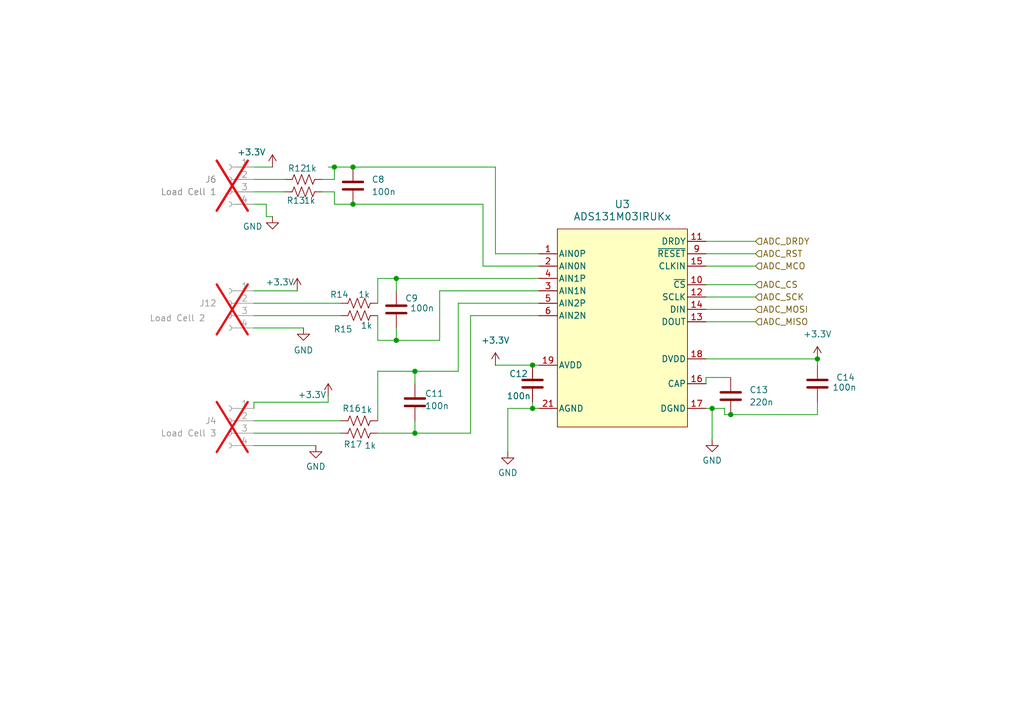
<source format=kicad_sch>
(kicad_sch (version 20250114) (generator "eeschema") (generator_version "9.0")
  (paper "A5")
  (title_block (title "Strain gauges & ADC") (date "2025-08-20") (rev "Rev5") (company "University of Toronto Human Powered Vehicles"))
  (lib_symbols
    (symbol "Connector:Conn_01x04_Socket" (pin_names (offset 1.016) (hide yes))
      (property "Reference" "J" (at 0 5.08 0))
      (property "Value" "Conn_01x04_Socket" (at 0 -7.62 0))
      (symbol "Conn_01x04_Socket_1_1"
        (polyline (pts (xy -1.27 2.54) (xy -0.508 2.54)) (stroke (width 0.1524)))
        (polyline (pts (xy -1.27 0) (xy -0.508 0)) (stroke (width 0.1524)))
        (polyline (pts (xy -1.27 -2.54) (xy -0.508 -2.54)) (stroke (width 0.1524)))
        (polyline (pts (xy -1.27 -5.08) (xy -0.508 -5.08)) (stroke (width 0.1524)))
        (arc (start 0 2.032) (mid -0.5058 2.54) (end 0 3.048) (stroke (width 0.1524)))
        (arc (start 0 -0.508) (mid -0.5058 0) (end 0 0.508) (stroke (width 0.1524)))
        (arc (start 0 -3.048) (mid -0.5058 -2.54) (end 0 -2.032) (stroke (width 0.1524)))
        (arc (start 0 -5.588) (mid -0.5058 -5.08) (end 0 -4.572) (stroke (width 0.1524)))
        (pin passive line (at -5.08 2.54 0) (length 3.81) (name "Pin_1") (number "1"))
        (pin passive line (at -5.08 0 0) (length 3.81) (name "Pin_2") (number "2"))
        (pin passive line (at -5.08 -2.54 0) (length 3.81) (name "Pin_3") (number "3"))
        (pin passive line (at -5.08 -5.08 0) (length 3.81) (name "Pin_4") (number "4"))
      )
    )
    (symbol "Device:C" (pin_numbers (hide yes)) (pin_names (offset 0.254))
      (property "Reference" "C" (at 0.635 2.54 0))
      (property "Value" "C" (at 0.635 -2.54 0))
      (symbol "C_0_1"
        (polyline (pts (xy -2.032 0.762) (xy 2.032 0.762)) (stroke (width 0.508)))
        (polyline (pts (xy -2.032 -0.762) (xy 2.032 -0.762)) (stroke (width 0.508)))
      )
      (symbol "C_1_1"
        (pin passive line (at 0 3.81 270) (length 2.794) (name "~") (number "1"))
        (pin passive line (at 0 -3.81 90) (length 2.794) (name "~") (number "2"))
      )
    )
    (symbol "Device:R_US" (pin_numbers (hide yes)) (pin_names (offset 0))
      (property "Reference" "R" (at 2.54 0 90))
      (property "Value" "R_US" (at -2.54 0 90))
      (symbol "R_US_0_1"
        (polyline (pts (xy 0 2.286) (xy 0 2.54)))
        (polyline (pts (xy 0 2.286) (xy 1.016 1.905) (xy 0 1.524) (xy -1.016 1.143) (xy 0 0.762)))
        (polyline (pts (xy 0 0.762) (xy 1.016 0.381) (xy 0 0) (xy -1.016 -0.381) (xy 0 -0.762)))
        (polyline (pts (xy 0 -0.762) (xy 1.016 -1.143) (xy 0 -1.524) (xy -1.016 -1.905) (xy 0 -2.286)))
        (polyline (pts (xy 0 -2.286) (xy 0 -2.54)))
      )
      (symbol "R_US_1_1"
        (pin passive line (at 0 3.81 270) (length 1.27) (name "~") (number "1"))
        (pin passive line (at 0 -3.81 90) (length 1.27) (name "~") (number "2"))
      )
    )
    (symbol "flight_stick:ADS131M03IRUKx" (pin_names (offset 0.254))
      (property "Reference" "U" (at 0 24.13 0))
      (property "Value" "ADS131M03IRUKx" (at 0 21.59 0))
      (symbol "ADS131M03IRUKx_1_1"
        (rectangle (start -13.97 19.05) (end 12.7 -21.59) (fill (type background)))
        (pin input line (at -17.78 13.97 0) (length 3.81) (name "AIN0P") (number "1"))
        (pin input line (at -17.78 11.43 0) (length 3.81) (name "AIN0N") (number "2"))
        (pin input line (at -17.78 8.89 0) (length 3.81) (name "AIN1P") (number "4"))
        (pin input line (at -17.78 6.35 0) (length 3.81) (name "AIN1N") (number "3"))
        (pin input line (at -17.78 3.81 0) (length 3.81) (name "AIN2P") (number "5"))
        (pin input line (at -17.78 1.27 0) (length 3.81) (name "AIN2N") (number "6"))
        (pin power_in line (at -17.78 -8.89 0) (length 3.81) (name "AVDD") (number "19"))
        (pin power_in line (at -17.78 -17.78 0) (length 3.81) (hide yes) (name "AGND") (number "20"))
        (pin power_in line (at -17.78 -17.78 0) (length 3.81) (name "AGND") (number "21"))
        (pin no_connect line (at 0 6.35 90) (length 3.81) (hide yes) (name "NC") (number "8"))
        (pin no_connect line (at 0 -5.08 90) (length 3.81) (hide yes) (name "NC") (number "7"))
        (pin output line (at 16.51 16.51 180) (length 3.81) (name "DRDY") (number "11"))
        (pin input line (at 16.51 13.97 180) (length 3.81) (name "~{RESET}") (number "9"))
        (pin input line (at 16.51 11.43 180) (length 3.81) (name "CLKIN") (number "15"))
        (pin input line (at 16.51 7.62 180) (length 3.81) (name "~{CS}") (number "10"))
        (pin input line (at 16.51 5.08 180) (length 3.81) (name "SCLK") (number "12"))
        (pin input line (at 16.51 2.54 180) (length 3.81) (name "DIN") (number "14"))
        (pin output line (at 16.51 0 180) (length 3.81) (name "DOUT") (number "13"))
        (pin power_in line (at 16.51 -7.62 180) (length 3.81) (name "DVDD") (number "18"))
        (pin passive line (at 16.51 -12.7 180) (length 3.81) (name "CAP") (number "16"))
        (pin power_in line (at 16.51 -17.78 180) (length 3.81) (name "DGND") (number "17"))
      )
    )
    (symbol "power:+3.3V" (power) (pin_numbers (hide yes)) (pin_names (offset 0) (hide yes))
      (property "Value" "+3.3V" (at 0 3.556 0))
      (symbol "+3.3V_0_1"
        (polyline (pts (xy -0.762 1.27) (xy 0 2.54)))
        (polyline (pts (xy 0 2.54) (xy 0.762 1.27)))
        (polyline (pts (xy 0 0) (xy 0 2.54)))
      )
      (symbol "+3.3V_1_1"
        (pin power_in line (at 0 0 90) (length 0) (name "~") (number "1"))
      )
    )
    (symbol "power:GND" (power) (pin_numbers (hide yes)) (pin_names (offset 0) (hide yes))
      (property "Value" "GND" (at 0 -3.81 0))
      (symbol "GND_0_1"
        (polyline (pts (xy 0 0) (xy 0 -1.27) (xy 1.27 -1.27) (xy 0 -2.54) (xy -1.27 -1.27) (xy 0 -1.27)))
      )
      (symbol "GND_1_1"
        (pin power_in line (at 0 0 270) (length 0) (name "~") (number "1"))
      )
    )
  )
  (junction (at 72.39 34.29))
  (junction (at 167.64 73.66))
  (junction (at 85.09 88.9))
  (junction (at 81.28 57.15))
  (junction (at 109.22 74.93))
  (junction (at 109.22 83.82))
  (junction (at 72.39 41.91))
  (junction (at 85.09 76.2))
  (junction (at 68.58 34.29))
  (junction (at 81.28 69.85))
  (junction (at 146.05 83.82))
  (junction (at 149.86 85.09))
  (wire (pts (xy 77.47 64.77) (xy 77.47 69.85)))
  (wire (pts (xy 149.86 85.09) (xy 167.64 85.09)))
  (wire (pts (xy 77.47 76.2) (xy 85.09 76.2)))
  (wire (pts (xy 144.78 77.47) (xy 149.86 77.47)))
  (wire (pts (xy 167.64 82.55) (xy 167.64 85.09)))
  (wire (pts (xy 148.59 85.09) (xy 148.59 83.82)))
  (wire (pts (xy 109.22 83.82) (xy 104.14 83.82)))
  (wire (pts (xy 81.28 57.15) (xy 110.49 57.15)))
  (wire (pts (xy 85.09 88.9) (xy 96.52 88.9)))
  (wire (pts (xy 54.61 44.45) (xy 54.61 41.91)))
  (wire (pts (xy 144.78 66.04) (xy 154.94 66.04)))
  (wire (pts (xy 66.04 36.83) (xy 68.58 36.83)))
  (wire (pts (xy 149.86 85.09) (xy 148.59 85.09)))
  (wire (pts (xy 52.07 91.44) (xy 64.77 91.44)))
  (wire (pts (xy 101.6 52.07) (xy 110.49 52.07)))
  (wire (pts (xy 144.78 73.66) (xy 167.64 73.66)))
  (wire (pts (xy 52.07 83.82) (xy 52.07 82.55)))
  (wire (pts (xy 101.6 74.93) (xy 109.22 74.93)))
  (wire (pts (xy 52.07 59.69) (xy 60.96 59.69)))
  (wire (pts (xy 144.78 77.47) (xy 144.78 78.74)))
  (wire (pts (xy 96.52 64.77) (xy 96.52 88.9)))
  (wire (pts (xy 85.09 76.2) (xy 93.98 76.2)))
  (wire (pts (xy 154.94 49.53) (xy 144.78 49.53)))
  (wire (pts (xy 148.59 83.82) (xy 146.05 83.82)))
  (wire (pts (xy 144.78 83.82) (xy 146.05 83.82)))
  (wire (pts (xy 109.22 82.55) (xy 109.22 83.82)))
  (wire (pts (xy 72.39 34.29) (xy 101.6 34.29)))
  (wire (pts (xy 81.28 57.15) (xy 81.28 59.69)))
  (wire (pts (xy 54.61 44.45) (xy 55.88 44.45)))
  (wire (pts (xy 77.47 76.2) (xy 77.47 86.36)))
  (wire (pts (xy 72.39 41.91) (xy 99.06 41.91)))
  (wire (pts (xy 109.22 83.82) (xy 110.49 83.82)))
  (wire (pts (xy 67.31 82.55) (xy 67.31 81.28)))
  (wire (pts (xy 85.09 86.36) (xy 85.09 88.9)))
  (wire (pts (xy 81.28 69.85) (xy 81.28 67.31)))
  (wire (pts (xy 77.47 69.85) (xy 81.28 69.85)))
  (wire (pts (xy 66.04 39.37) (xy 68.58 39.37)))
  (wire (pts (xy 93.98 62.23) (xy 93.98 76.2)))
  (wire (pts (xy 144.78 52.07) (xy 154.94 52.07)))
  (wire (pts (xy 52.07 39.37) (xy 58.42 39.37)))
  (wire (pts (xy 52.07 88.9) (xy 69.85 88.9)))
  (wire (pts (xy 93.98 62.23) (xy 110.49 62.23)))
  (wire (pts (xy 144.78 63.5) (xy 154.94 63.5)))
  (wire (pts (xy 96.52 64.77) (xy 110.49 64.77)))
  (wire (pts (xy 52.07 67.31) (xy 62.23 67.31)))
  (wire (pts (xy 146.05 90.17) (xy 146.05 83.82)))
  (wire (pts (xy 144.78 60.96) (xy 154.94 60.96)))
  (wire (pts (xy 104.14 92.71) (xy 104.14 83.82)))
  (wire (pts (xy 167.64 73.66) (xy 167.64 74.93)))
  (wire (pts (xy 68.58 34.29) (xy 72.39 34.29)))
  (wire (pts (xy 85.09 78.74) (xy 85.09 76.2)))
  (wire (pts (xy 68.58 39.37) (xy 68.58 41.91)))
  (wire (pts (xy 144.78 54.61) (xy 154.94 54.61)))
  (wire (pts (xy 52.07 86.36) (xy 69.85 86.36)))
  (wire (pts (xy 109.22 74.93) (xy 110.49 74.93)))
  (wire (pts (xy 67.31 34.29) (xy 68.58 34.29)))
  (wire (pts (xy 68.58 36.83) (xy 68.58 34.29)))
  (wire (pts (xy 52.07 62.23) (xy 69.85 62.23)))
  (wire (pts (xy 77.47 62.23) (xy 77.47 57.15)))
  (wire (pts (xy 68.58 41.91) (xy 72.39 41.91)))
  (wire (pts (xy 77.47 88.9) (xy 85.09 88.9)))
  (wire (pts (xy 101.6 34.29) (xy 101.6 52.07)))
  (wire (pts (xy 144.78 58.42) (xy 154.94 58.42)))
  (wire (pts (xy 77.47 57.15) (xy 81.28 57.15)))
  (wire (pts (xy 99.06 41.91) (xy 99.06 54.61)))
  (wire (pts (xy 52.07 82.55) (xy 67.31 82.55)))
  (wire (pts (xy 54.61 41.91) (xy 52.07 41.91)))
  (wire (pts (xy 52.07 36.83) (xy 58.42 36.83)))
  (wire (pts (xy 81.28 69.85) (xy 90.17 69.85)))
  (wire (pts (xy 52.07 64.77) (xy 69.85 64.77)))
  (wire (pts (xy 90.17 69.85) (xy 90.17 59.69)))
  (wire (pts (xy 99.06 54.61) (xy 110.49 54.61)))
  (wire (pts (xy 90.17 59.69) (xy 110.49 59.69)))
  (wire (pts (xy 52.07 34.29) (xy 55.88 34.29)))
  (hierarchical_label "ADC_MISO" (shape input) (at 154.94 66.04 0))
  (hierarchical_label "ADC_CS" (shape input) (at 154.94 58.42 0))
  (hierarchical_label "ADC_MCO" (shape input) (at 154.94 54.61 0))
  (hierarchical_label "ADC_RST" (shape input) (at 154.94 52.07 0))
  (hierarchical_label "ADC_SCK" (shape input) (at 154.94 60.96 0))
  (hierarchical_label "ADC_MOSI" (shape input) (at 154.94 63.5 0))
  (hierarchical_label "ADC_DRDY" (shape input) (at 154.94 49.53 0))
  (symbol (lib_id "Connector:Conn_01x04_Socket") (at 46.99 36.83 0) (mirror y) (unit 1) (dnp yes)
    (property "Reference" "J6" (at 44.45 36.83 0) (effects (justify left)))
    (property "Value" "Load Cell 1" (at 44.45 39.37 0) (effects (justify left)))
    (property "Footprint" "Connector_PinHeader_1.27mm:PinHeader_1x04_P1.27mm_Vertical" (effects (hide yes)))
    (property "Description" "Generic connector, single row, 01x04, script generated" (effects (hide yes)))
    (property "LCSC" " C5243684" (effects (hide yes)))
  )
  (symbol (lib_id "Device:R_US") (at 73.66 88.9 90) (unit 1)
    (property "Reference" "R17" (at 72.39 91.186 90))
    (property "Value" "1k" (at 75.946 91.44 90))
    (property "Footprint" "Resistor_SMD:R_0603_1608Metric" (effects (hide yes)))
    (property "Description" "Resistor, US symbol" (effects (hide yes)))
    (property "LCSC" "C73797" (effects (hide yes)))
  )
  (symbol (lib_id "power:GND") (at 146.05 90.17 0) (unit 1)
    (property "Reference" "#PWR056" (effects (hide yes)))
    (property "Value" "GND" (at 146.05 94.488 0))
    (property "Description" "Power symbol creates a global label with name \"GND\" , ground" (effects (hide yes)))
  )
  (symbol (lib_id "power:GND") (at 104.14 92.71 0) (unit 1)
    (property "Reference" "#PWR054" (effects (hide yes)))
    (property "Value" "GND" (at 104.14 97.028 0))
    (property "Description" "Power symbol creates a global label with name \"GND\" , ground" (effects (hide yes)))
  )
  (symbol (lib_id "Device:C") (at 81.28 63.5 180) (unit 1)
    (property "Reference" "C9" (at 83.058 61.214 0) (effects (justify right)))
    (property "Value" "100n" (at 84.074 63.246 0) (effects (justify right)))
    (property "Footprint" "Capacitor_SMD:C_0603_1608Metric" (effects (hide yes)))
    (property "Description" "Unpolarized capacitor" (effects (hide yes)))
    (property "LCSC" "C116838" (effects (hide yes)))
  )
  (symbol (lib_id "Device:R_US") (at 62.23 39.37 90) (unit 1)
    (property "Reference" "R13" (at 60.706 41.148 90))
    (property "Value" "1k" (at 63.5 41.148 90))
    (property "Footprint" "Resistor_SMD:R_0603_1608Metric" (effects (hide yes)))
    (property "Description" "Resistor, US symbol" (effects (hide yes)))
    (property "LCSC" "C73797" (effects (hide yes)))
  )
  (symbol (lib_id "Device:R_US") (at 73.66 64.77 90) (unit 1)
    (property "Reference" "R15" (at 70.358 67.564 90))
    (property "Value" "1k" (at 75.184 66.802 90))
    (property "Footprint" "Resistor_SMD:R_0603_1608Metric" (effects (hide yes)))
    (property "Description" "Resistor, US symbol" (effects (hide yes)))
    (property "LCSC" "C73797" (effects (hide yes)))
  )
  (symbol (lib_id "power:+3.3V") (at 101.6 74.93 0) (unit 1)
    (property "Reference" "#PWR053" (effects (hide yes)))
    (property "Value" "+3.3V" (at 101.6 69.85 0))
    (property "Description" "Power symbol creates a global label with name \"+3.3V\"" (effects (hide yes)))
  )
  (symbol (lib_id "power:+3.3V") (at 167.64 73.66 0) (unit 1)
    (property "Reference" "#PWR057" (effects (hide yes)))
    (property "Value" "+3.3V" (at 167.64 68.58 0))
    (property "Description" "Power symbol creates a global label with name \"+3.3V\"" (effects (hide yes)))
  )
  (symbol (lib_id "Device:R_US") (at 73.66 62.23 90) (unit 1)
    (property "Reference" "R14" (at 69.596 60.452 90))
    (property "Value" "1k" (at 74.676 60.452 90))
    (property "Footprint" "Resistor_SMD:R_0603_1608Metric" (effects (hide yes)))
    (property "Description" "Resistor, US symbol" (effects (hide yes)))
    (property "LCSC" "C73797" (effects (hide yes)))
  )
  (symbol (lib_id "power:+3.3V") (at 67.31 81.28 0) (unit 1)
    (property "Reference" "#PWR051" (effects (hide yes)))
    (property "Value" "+3.3V" (at 64.008 81.026 0))
    (property "Description" "Power symbol creates a global label with name \"+3.3V\"" (effects (hide yes)))
  )
  (symbol (lib_id "Connector:Conn_01x04_Socket") (at 46.99 86.36 0) (mirror y) (unit 1) (dnp yes)
    (property "Reference" "J4" (at 44.45 86.36 0) (effects (justify left)))
    (property "Value" "Load Cell 3" (at 44.45 88.9 0) (effects (justify left)))
    (property "Footprint" "Connector_PinHeader_1.27mm:PinHeader_1x04_P1.27mm_Vertical" (effects (hide yes)))
    (property "Description" "Generic connector, single row, 01x04, script generated" (effects (hide yes)))
    (property "LCSC" " C5243684" (effects (hide yes)))
  )
  (symbol (lib_id "power:GND") (at 62.23 67.31 0) (unit 1)
    (property "Reference" "#PWR044" (effects (hide yes)))
    (property "Value" "GND" (at 62.23 71.882 0))
    (property "Description" "Power symbol creates a global label with name \"GND\" , ground" (effects (hide yes)))
  )
  (symbol (lib_id "power:+3.3V") (at 55.88 34.29 0) (unit 1)
    (property "Reference" "#PWR039" (effects (hide yes)))
    (property "Value" "+3.3V" (at 51.562 31.242 0))
    (property "Description" "Power symbol creates a global label with name \"+3.3V\"" (effects (hide yes)))
  )
  (symbol (lib_id "Device:C") (at 149.86 81.28 0) (unit 1)
    (property "Reference" "C13" (at 153.67 80.0099 0) (effects (justify left)))
    (property "Value" "220n" (at 153.67 82.5499 0) (effects (justify left)))
    (property "Footprint" "Capacitor_SMD:C_0603_1608Metric" (effects (hide yes)))
    (property "Description" "Unpolarized capacitor" (effects (hide yes)))
    (property "LCSC" "C106857" (effects (hide yes)))
  )
  (symbol (lib_id "Device:R_US") (at 62.23 36.83 90) (unit 1)
    (property "Reference" "R12" (at 60.96 34.544 90))
    (property "Value" "1k" (at 63.754 34.544 90))
    (property "Footprint" "Resistor_SMD:R_0603_1608Metric" (effects (hide yes)))
    (property "Description" "Resistor, US symbol" (effects (hide yes)))
    (property "LCSC" "C73797" (effects (hide yes)))
  )
  (symbol (lib_id "Device:R_US") (at 73.66 86.36 90) (unit 1)
    (property "Reference" "R16" (at 72.136 83.82 90))
    (property "Value" "1k" (at 75.184 84.074 90))
    (property "Footprint" "Resistor_SMD:R_0603_1608Metric" (effects (hide yes)))
    (property "Description" "Resistor, US symbol" (effects (hide yes)))
    (property "LCSC" "C73797" (effects (hide yes)))
  )
  (symbol (lib_id "power:GND") (at 64.77 91.44 0) (unit 1)
    (property "Reference" "#PWR052" (effects (hide yes)))
    (property "Value" "GND" (at 64.77 95.758 0))
    (property "Description" "Power symbol creates a global label with name \"GND\" , ground" (effects (hide yes)))
  )
  (symbol (lib_id "Device:C") (at 72.39 38.1 180) (unit 1)
    (property "Reference" "C8" (at 76.2 36.8299 0) (effects (justify right)))
    (property "Value" "100n" (at 76.2 39.3699 0) (effects (justify right)))
    (property "Footprint" "Capacitor_SMD:C_0603_1608Metric" (effects (hide yes)))
    (property "Description" "Unpolarized capacitor" (effects (hide yes)))
    (property "LCSC" "C116838" (effects (hide yes)))
  )
  (symbol (lib_id "Device:C") (at 167.64 78.74 0) (unit 1)
    (property "Reference" "C14" (at 171.45 77.4699 0) (effects (justify left)))
    (property "Value" "100n" (at 170.688 79.502 0) (effects (justify left)))
    (property "Footprint" "Capacitor_SMD:C_0603_1608Metric" (effects (hide yes)))
    (property "Description" "Unpolarized capacitor" (effects (hide yes)))
    (property "LCSC" "C116838" (effects (hide yes)))
  )
  (symbol (lib_id "Device:C") (at 85.09 82.55 180) (unit 1)
    (property "Reference" "C11" (at 87.122 80.772 0) (effects (justify right)))
    (property "Value" "100n" (at 87.122 83.312 0) (effects (justify right)))
    (property "Footprint" "Capacitor_SMD:C_0603_1608Metric" (effects (hide yes)))
    (property "Description" "Unpolarized capacitor" (effects (hide yes)))
    (property "LCSC" "C116838" (effects (hide yes)))
  )
  (symbol (lib_id "Connector:Conn_01x04_Socket") (at 46.99 62.23 0) (mirror y) (unit 1) (dnp yes)
    (property "Reference" "J12" (at 44.45 62.23 0) (effects (justify left)))
    (property "Value" "Load Cell 2" (at 42.164 65.278 0) (effects (justify left)))
    (property "Footprint" "Connector_PinHeader_1.27mm:PinHeader_1x04_P1.27mm_Vertical" (effects (hide yes)))
    (property "Description" "Generic connector, single row, 01x04, script generated" (effects (hide yes)))
    (property "LCSC" " C5243684" (effects (hide yes)))
  )
  (symbol (lib_id "flight_stick:ADS131M03IRUKx") (at 128.27 66.04 0) (unit 1)
    (property "Reference" "U3" (at 127.635 41.91 0) (effects (font (size 1.524 1.524))))
    (property "Value" "ADS131M03IRUKx" (at 127.635 44.45 0) (effects (font (size 1.524 1.524))))
    (property "Footprint" "flight_stick_footprints:QFN_WQFN_RUK_TEX" (effects (hide yes)))
    (property "Datasheet" "https://www.ti.com/lit/gpn/ADS131M03" (effects (hide yes)))
    (property "Description" "Three-channel, 24-bit, 64-kSPS, simultaneous-sampling, delta-sigma ADC" (effects (hide yes)))
    (property "LCSC" "C5116472" (effects (hide yes)))
  )
  (symbol (lib_id "power:GND") (at 55.88 44.45 0) (unit 1)
    (property "Reference" "#PWR041" (effects (hide yes)))
    (property "Value" "GND" (at 51.816 46.482 0))
    (property "Description" "Power symbol creates a global label with name \"GND\" , ground" (effects (hide yes)))
  )
  (symbol (lib_id "power:+3.3V") (at 60.96 59.69 0) (unit 1)
    (property "Reference" "#PWR042" (effects (hide yes)))
    (property "Value" "+3.3V" (at 57.404 57.912 0))
    (property "Description" "Power symbol creates a global label with name \"+3.3V\"" (effects (hide yes)))
  )
  (symbol (lib_id "Device:C") (at 109.22 78.74 0) (unit 1)
    (property "Reference" "C12" (at 104.394 76.708 0) (effects (justify left)))
    (property "Value" "100n" (at 103.886 81.28 0) (effects (justify left)))
    (property "Footprint" "Capacitor_SMD:C_0603_1608Metric" (effects (hide yes)))
    (property "Description" "Unpolarized capacitor" (effects (hide yes)))
    (property "LCSC" "C116838" (effects (hide yes)))
  )
)
</source>
